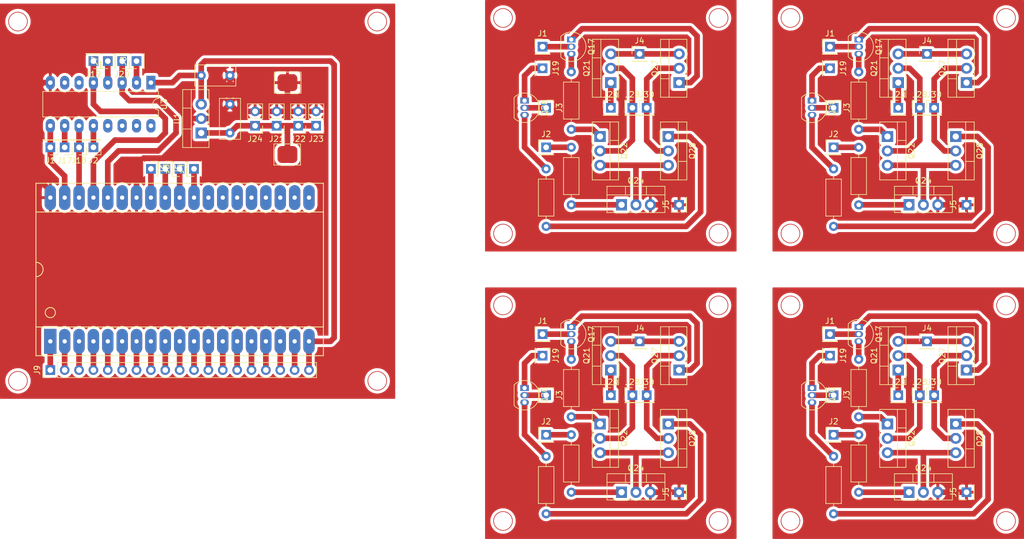
<source format=kicad_pcb>
(kicad_pcb (version 20171130) (host pcbnew "(5.1.0)-1")
  (layers (0 F.Cu signal) (31 B.Cu signal) (34 B.Paste user) (35 F.Paste user) (36 B.SilkS user) (37 F.SilkS user) (38 B.Mask user) (39 F.Mask user) (44 Edge.Cuts user))
  (net 0 "")
  (net 1 GND)
  (net 2 VCC)
  (net 3 "Net-(J1-Pad1)")
  (net 4 "Net-(J2-Pad1)")
  (net 5 "Net-(J3-Pad1)")
  (net 6 "Net-(J4-Pad1)")
  (net 7 "Net-(J5-Pad1)")
  (net 8 "Net-(J6-Pad1)")
  (net 9 "Net-(J7-Pad1)")
  (net 10 "Net-(J8-Pad1)")
  (net 11 "Net-(J17-Pad1)")
  (net 12 "Net-(J18-Pad1)")
  (net 13 "Net-(J19-Pad1)")
  (net 14 "Net-(J20-Pad1)")
  (net 15 "Net-(U2-Pad33)")
  (net 16 "Net-(U2-Pad27)")
  (net 17 "Net-(U2-Pad26)")
  (net 18 "Net-(U2-Pad25)")
  (net 19 "Net-(U2-Pad24)")
  (net 20 "Net-(U2-Pad23)")
  (net 21 "Net-(U2-Pad22)")
  (net 22 "Net-(U2-Pad21)")
  (net 23 "Net-(U2-Pad20)")
  (net 24 /19)
  (net 25 /18)
  (net 26 /17)
  (net 27 /16)
  (net 28 /15)
  (net 29 /14)
  (net 30 /13)
  (net 31 /12)
  (net 32 /11)
  (net 33 /10)
  (net 34 /9)
  (net 35 /7)
  (net 36 /6)
  (net 37 /5)
  (net 38 /4)
  (net 39 /3)
  (net 40 /2)
  (net 41 /1)
  (net 42 /8)
  (module Package_TO_SOT_THT:TO-220-3_Vertical (layer F.Cu) (at 184.15 109.22 90)
    (fp_text reference Q21 (at 2.54 -4.27 90) (layer F.SilkS))
    (fp_text value TIP127)
    (pad 1 thru_hole rect (at 0 0 90) (size 1.905 2) (drill 1.1) (layers *.Cu *.Mask))
    (pad 2 thru_hole oval (at 2.54 0 90) (size 1.905 2) (drill 1.1) (layers *.Cu *.Mask))
    (pad 3 thru_hole oval (at 5.08 0 90) (size 1.905 2) (drill 1.1) (layers *.Cu *.Mask))
  )
  (module Package_TO_SOT_THT:TO-220-3_Vertical (layer F.Cu) (at 196.215 109.22 90)
    (fp_text reference Q27 (at 2.54 -4.27 90) (layer F.SilkS))
    (fp_text value TIP127)
    (pad 1 thru_hole rect (at 0 0 90) (size 1.905 2) (drill 1.1) (layers *.Cu *.Mask))
    (pad 2 thru_hole oval (at 2.54 0 90) (size 1.905 2) (drill 1.1) (layers *.Cu *.Mask))
    (pad 3 thru_hole oval (at 5.08 0 90) (size 1.905 2) (drill 1.1) (layers *.Cu *.Mask))
  )
  (module Package_TO_SOT_THT:TO-92_Inline (layer F.Cu) (at 177.165 101.6 270)
    (fp_text reference Q17 (at 1.27 -3.56 270) (layer F.SilkS))
    (fp_text value BC547)
    (pad 2 thru_hole oval (at 1.27 0 270) (size 1.05 1.5) (drill 0.75) (layers *.Cu *.Mask))
    (pad 3 thru_hole oval (at 2.54 0 270) (size 1.05 1.5) (drill 0.75) (layers *.Cu *.Mask))
    (pad 1 thru_hole rect (at 0 0 270) (size 1.05 1.5) (drill 0.75) (layers *.Cu *.Mask))
  )
  (module Package_TO_SOT_THT:TO-92_Inline (layer F.Cu) (at 168.91 112.395 270)
    (fp_text reference Q20 (at 1.27 -3.56 270) (layer F.SilkS))
    (fp_text value BC547)
    (pad 2 thru_hole oval (at 1.27 0 270) (size 1.05 1.5) (drill 0.75) (layers *.Cu *.Mask))
    (pad 3 thru_hole oval (at 2.54 0 270) (size 1.05 1.5) (drill 0.75) (layers *.Cu *.Mask))
    (pad 1 thru_hole rect (at 0 0 270) (size 1.05 1.5) (drill 0.75) (layers *.Cu *.Mask))
  )
  (module Package_TO_SOT_THT:TO-220-3_Vertical (layer F.Cu) (at 182.245 118.745 270)
    (fp_text reference Q22 (at 2.54 -4.27 270) (layer F.SilkS))
    (fp_text value TIP120)
    (pad 1 thru_hole rect (at 0 0 270) (size 1.905 2) (drill 1.1) (layers *.Cu *.Mask))
    (pad 2 thru_hole oval (at 2.54 0 270) (size 1.905 2) (drill 1.1) (layers *.Cu *.Mask))
    (pad 3 thru_hole oval (at 5.08 0 270) (size 1.905 2) (drill 1.1) (layers *.Cu *.Mask))
  )
  (module Package_TO_SOT_THT:TO-220-3_Vertical (layer F.Cu) (at 186.055 130.81)
    (fp_text reference Q24 (at 2.54 -4.27) (layer F.SilkS))
    (fp_text value TIP120)
    (pad 1 thru_hole rect (at 0 0) (size 1.905 2) (drill 1.1) (layers *.Cu *.Mask))
    (pad 2 thru_hole oval (at 2.54 0) (size 1.905 2) (drill 1.1) (layers *.Cu *.Mask))
    (pad 3 thru_hole oval (at 5.08 0) (size 1.905 2) (drill 1.1) (layers *.Cu *.Mask))
  )
  (module "footprints otg:R_vandret" (layer F.Cu) (at 177.165 107.315 270)
    (fp_text reference R8 hide)
    (fp_text value R)
    (pad 1 thru_hole circle (at 0 0 270) (size 1.6 1.6) (drill 0.8) (layers *.Cu *.Mask))
    (pad 2 thru_hole oval (at 10.16 0 270) (size 1.6 1.6) (drill 0.8) (layers *.Cu *.Mask))
  )
  (module "footprints otg:R_vandret" (layer F.Cu) (at 177.165 120.65 270)
    (fp_text reference R12 hide)
    (fp_text value R)
    (pad 1 thru_hole circle (at 0 0 270) (size 1.6 1.6) (drill 0.8) (layers *.Cu *.Mask))
    (pad 2 thru_hole oval (at 10.16 0 270) (size 1.6 1.6) (drill 0.8) (layers *.Cu *.Mask))
  )
  (module Connector_PinHeader_2.54mm:PinHeader_1x01_P2.54mm_Vertical (layer F.Cu) (at 189.23 104.14)
    (fp_text reference J4 (at 0 -2.33) (layer F.SilkS))
    (fp_text value Conn_01x01_Male)
    (pad 1 thru_hole rect (at 0 0) (size 1.7 1.7) (drill 1) (layers *.Cu *.Mask))
  )
  (module Connector_PinHeader_2.54mm:PinHeader_1x01_P2.54mm_Vertical (layer F.Cu) (at 172.72 120.65)
    (fp_text reference J2 (at 0 -2.33) (layer F.SilkS))
    (fp_text value Conn_01x01_Male)
    (pad 1 thru_hole rect (at 0 0) (size 1.7 1.7) (drill 1) (layers *.Cu *.Mask))
  )
  (module Connector_PinHeader_2.54mm:PinHeader_1x01_P2.54mm_Vertical (layer F.Cu) (at 196.215 130.81 90)
    (fp_text reference J5 (at 0 -2.33 90) (layer F.SilkS))
    (fp_text value Conn_01x01_Male)
    (pad 1 thru_hole rect (at 0 0 90) (size 1.7 1.7) (drill 1) (layers *.Cu *.Mask))
  )
  (module Connector_PinHeader_2.54mm:PinHeader_1x01_P2.54mm_Vertical (layer F.Cu) (at 184.15 113.665)
    (fp_text reference J20 (at 0 -2.33) (layer F.SilkS))
    (fp_text value Conn_01x01_Male)
    (pad 1 thru_hole rect (at 0 0) (size 1.7 1.7) (drill 1) (layers *.Cu *.Mask))
  )
  (module Connector_PinHeader_2.54mm:PinHeader_1x01_P2.54mm_Vertical (layer F.Cu) (at 172.085 106.68 270)
    (fp_text reference J19 (at 0 -2.33 270) (layer F.SilkS))
    (fp_text value Conn_01x01_Male)
    (pad 1 thru_hole rect (at 0 0 270) (size 1.7 1.7) (drill 1) (layers *.Cu *.Mask))
  )
  (module Connector_PinHeader_2.54mm:PinHeader_1x01_P2.54mm_Vertical (layer F.Cu) (at 187.96 113.665)
    (fp_text reference J28 (at 0 -2.33) (layer F.SilkS))
    (fp_text value Conn_01x01_Male)
    (pad 1 thru_hole rect (at 0 0) (size 1.7 1.7) (drill 1) (layers *.Cu *.Mask))
  )
  (module Connector_PinHeader_2.54mm:PinHeader_1x01_P2.54mm_Vertical (layer F.Cu) (at 190.5 113.665)
    (fp_text reference J30 (at 0 -2.33) (layer F.SilkS))
    (fp_text value Conn_01x01_Male)
    (pad 1 thru_hole rect (at 0 0) (size 1.7 1.7) (drill 1) (layers *.Cu *.Mask))
  )
  (module "footprints otg:R_vandret" (layer F.Cu) (at 172.72 124.46 270)
    (fp_text reference R11 hide)
    (fp_text value R)
    (pad 1 thru_hole circle (at 0 0 270) (size 1.6 1.6) (drill 0.8) (layers *.Cu *.Mask))
    (pad 2 thru_hole oval (at 10.16 0 270) (size 1.6 1.6) (drill 0.8) (layers *.Cu *.Mask))
  )
  (module Connector_PinHeader_2.54mm:PinHeader_1x01_P2.54mm_Vertical (layer F.Cu) (at 172.085 102.87)
    (fp_text reference J1 (at 0 -2.33) (layer F.SilkS))
    (fp_text value Conn_01x01_Male)
    (pad 1 thru_hole rect (at 0 0) (size 1.7 1.7) (drill 1) (layers *.Cu *.Mask))
  )
  (module Connector_PinHeader_2.54mm:PinHeader_1x01_P2.54mm_Vertical (layer F.Cu) (at 172.72 113.665 270)
    (fp_text reference J3 (at 0 -2.33 270) (layer F.SilkS))
    (fp_text value Conn_01x01_Male)
    (pad 1 thru_hole rect (at 0 0 270) (size 1.7 1.7) (drill 1) (layers *.Cu *.Mask))
  )
  (module Package_TO_SOT_THT:TO-220-3_Vertical (layer F.Cu) (at 194.31 118.745 270)
    (fp_text reference Q28 (at 2.54 -4.27 270) (layer F.SilkS))
    (fp_text value TIP120)
    (pad 1 thru_hole rect (at 0 0 270) (size 1.905 2) (drill 1.1) (layers *.Cu *.Mask))
    (pad 2 thru_hole oval (at 2.54 0 270) (size 1.905 2) (drill 1.1) (layers *.Cu *.Mask))
    (pad 3 thru_hole oval (at 5.08 0 270) (size 1.905 2) (drill 1.1) (layers *.Cu *.Mask))
  )
  (module Package_TO_SOT_THT:TO-220-3_Vertical (layer F.Cu) (at 184.15 58.42 90)
    (fp_text reference Q21 (at 2.54 -4.27 90) (layer F.SilkS))
    (fp_text value TIP127)
    (pad 1 thru_hole rect (at 0 0 90) (size 1.905 2) (drill 1.1) (layers *.Cu *.Mask))
    (pad 2 thru_hole oval (at 2.54 0 90) (size 1.905 2) (drill 1.1) (layers *.Cu *.Mask))
    (pad 3 thru_hole oval (at 5.08 0 90) (size 1.905 2) (drill 1.1) (layers *.Cu *.Mask))
  )
  (module Package_TO_SOT_THT:TO-220-3_Vertical (layer F.Cu) (at 196.215 58.42 90)
    (fp_text reference Q27 (at 2.54 -4.27 90) (layer F.SilkS))
    (fp_text value TIP127)
    (pad 1 thru_hole rect (at 0 0 90) (size 1.905 2) (drill 1.1) (layers *.Cu *.Mask))
    (pad 2 thru_hole oval (at 2.54 0 90) (size 1.905 2) (drill 1.1) (layers *.Cu *.Mask))
    (pad 3 thru_hole oval (at 5.08 0 90) (size 1.905 2) (drill 1.1) (layers *.Cu *.Mask))
  )
  (module Package_TO_SOT_THT:TO-92_Inline (layer F.Cu) (at 177.165 50.8 270)
    (fp_text reference Q17 (at 1.27 -3.56 270) (layer F.SilkS))
    (fp_text value BC547)
    (pad 2 thru_hole oval (at 1.27 0 270) (size 1.05 1.5) (drill 0.75) (layers *.Cu *.Mask))
    (pad 3 thru_hole oval (at 2.54 0 270) (size 1.05 1.5) (drill 0.75) (layers *.Cu *.Mask))
    (pad 1 thru_hole rect (at 0 0 270) (size 1.05 1.5) (drill 0.75) (layers *.Cu *.Mask))
  )
  (module Package_TO_SOT_THT:TO-92_Inline (layer F.Cu) (at 168.91 61.595 270)
    (fp_text reference Q20 (at 1.27 -3.56 270) (layer F.SilkS))
    (fp_text value BC547)
    (pad 2 thru_hole oval (at 1.27 0 270) (size 1.05 1.5) (drill 0.75) (layers *.Cu *.Mask))
    (pad 3 thru_hole oval (at 2.54 0 270) (size 1.05 1.5) (drill 0.75) (layers *.Cu *.Mask))
    (pad 1 thru_hole rect (at 0 0 270) (size 1.05 1.5) (drill 0.75) (layers *.Cu *.Mask))
  )
  (module Package_TO_SOT_THT:TO-220-3_Vertical (layer F.Cu) (at 182.245 67.945 270)
    (fp_text reference Q22 (at 2.54 -4.27 270) (layer F.SilkS))
    (fp_text value TIP120)
    (pad 1 thru_hole rect (at 0 0 270) (size 1.905 2) (drill 1.1) (layers *.Cu *.Mask))
    (pad 2 thru_hole oval (at 2.54 0 270) (size 1.905 2) (drill 1.1) (layers *.Cu *.Mask))
    (pad 3 thru_hole oval (at 5.08 0 270) (size 1.905 2) (drill 1.1) (layers *.Cu *.Mask))
  )
  (module Package_TO_SOT_THT:TO-220-3_Vertical (layer F.Cu) (at 186.055 80.01)
    (fp_text reference Q24 (at 2.54 -4.27) (layer F.SilkS))
    (fp_text value TIP120)
    (pad 1 thru_hole rect (at 0 0) (size 1.905 2) (drill 1.1) (layers *.Cu *.Mask))
    (pad 2 thru_hole oval (at 2.54 0) (size 1.905 2) (drill 1.1) (layers *.Cu *.Mask))
    (pad 3 thru_hole oval (at 5.08 0) (size 1.905 2) (drill 1.1) (layers *.Cu *.Mask))
  )
  (module "footprints otg:R_vandret" (layer F.Cu) (at 177.165 56.515 270)
    (fp_text reference R8 hide)
    (fp_text value R)
    (pad 1 thru_hole circle (at 0 0 270) (size 1.6 1.6) (drill 0.8) (layers *.Cu *.Mask))
    (pad 2 thru_hole oval (at 10.16 0 270) (size 1.6 1.6) (drill 0.8) (layers *.Cu *.Mask))
  )
  (module "footprints otg:R_vandret" (layer F.Cu) (at 177.165 69.85 270)
    (fp_text reference R12 hide)
    (fp_text value R)
    (pad 1 thru_hole circle (at 0 0 270) (size 1.6 1.6) (drill 0.8) (layers *.Cu *.Mask))
    (pad 2 thru_hole oval (at 10.16 0 270) (size 1.6 1.6) (drill 0.8) (layers *.Cu *.Mask))
  )
  (module Connector_PinHeader_2.54mm:PinHeader_1x01_P2.54mm_Vertical (layer F.Cu) (at 189.23 53.34)
    (fp_text reference J4 (at 0 -2.33) (layer F.SilkS))
    (fp_text value Conn_01x01_Male)
    (pad 1 thru_hole rect (at 0 0) (size 1.7 1.7) (drill 1) (layers *.Cu *.Mask))
  )
  (module Connector_PinHeader_2.54mm:PinHeader_1x01_P2.54mm_Vertical (layer F.Cu) (at 172.72 69.85)
    (fp_text reference J2 (at 0 -2.33) (layer F.SilkS))
    (fp_text value Conn_01x01_Male)
    (pad 1 thru_hole rect (at 0 0) (size 1.7 1.7) (drill 1) (layers *.Cu *.Mask))
  )
  (module Connector_PinHeader_2.54mm:PinHeader_1x01_P2.54mm_Vertical (layer F.Cu) (at 196.215 80.01 90)
    (fp_text reference J5 (at 0 -2.33 90) (layer F.SilkS))
    (fp_text value Conn_01x01_Male)
    (pad 1 thru_hole rect (at 0 0 90) (size 1.7 1.7) (drill 1) (layers *.Cu *.Mask))
  )
  (module Connector_PinHeader_2.54mm:PinHeader_1x01_P2.54mm_Vertical (layer F.Cu) (at 184.15 62.865)
    (fp_text reference J20 (at 0 -2.33) (layer F.SilkS))
    (fp_text value Conn_01x01_Male)
    (pad 1 thru_hole rect (at 0 0) (size 1.7 1.7) (drill 1) (layers *.Cu *.Mask))
  )
  (module Connector_PinHeader_2.54mm:PinHeader_1x01_P2.54mm_Vertical (layer F.Cu) (at 172.085 55.88 270)
    (fp_text reference J19 (at 0 -2.33 270) (layer F.SilkS))
    (fp_text value Conn_01x01_Male)
    (pad 1 thru_hole rect (at 0 0 270) (size 1.7 1.7) (drill 1) (layers *.Cu *.Mask))
  )
  (module Connector_PinHeader_2.54mm:PinHeader_1x01_P2.54mm_Vertical (layer F.Cu) (at 187.96 62.865)
    (fp_text reference J28 (at 0 -2.33) (layer F.SilkS))
    (fp_text value Conn_01x01_Male)
    (pad 1 thru_hole rect (at 0 0) (size 1.7 1.7) (drill 1) (layers *.Cu *.Mask))
  )
  (module Connector_PinHeader_2.54mm:PinHeader_1x01_P2.54mm_Vertical (layer F.Cu) (at 190.5 62.865)
    (fp_text reference J30 (at 0 -2.33) (layer F.SilkS))
    (fp_text value Conn_01x01_Male)
    (pad 1 thru_hole rect (at 0 0) (size 1.7 1.7) (drill 1) (layers *.Cu *.Mask))
  )
  (module "footprints otg:R_vandret" (layer F.Cu) (at 172.72 73.66 270)
    (fp_text reference R11 hide)
    (fp_text value R)
    (pad 1 thru_hole circle (at 0 0 270) (size 1.6 1.6) (drill 0.8) (layers *.Cu *.Mask))
    (pad 2 thru_hole oval (at 10.16 0 270) (size 1.6 1.6) (drill 0.8) (layers *.Cu *.Mask))
  )
  (module Connector_PinHeader_2.54mm:PinHeader_1x01_P2.54mm_Vertical (layer F.Cu) (at 172.085 52.07)
    (fp_text reference J1 (at 0 -2.33) (layer F.SilkS))
    (fp_text value Conn_01x01_Male)
    (pad 1 thru_hole rect (at 0 0) (size 1.7 1.7) (drill 1) (layers *.Cu *.Mask))
  )
  (module Connector_PinHeader_2.54mm:PinHeader_1x01_P2.54mm_Vertical (layer F.Cu) (at 172.72 62.865 270)
    (fp_text reference J3 (at 0 -2.33 270) (layer F.SilkS))
    (fp_text value Conn_01x01_Male)
    (pad 1 thru_hole rect (at 0 0 270) (size 1.7 1.7) (drill 1) (layers *.Cu *.Mask))
  )
  (module Package_TO_SOT_THT:TO-220-3_Vertical (layer F.Cu) (at 194.31 67.945 270)
    (fp_text reference Q28 (at 2.54 -4.27 270) (layer F.SilkS))
    (fp_text value TIP120)
    (pad 1 thru_hole rect (at 0 0 270) (size 1.905 2) (drill 1.1) (layers *.Cu *.Mask))
    (pad 2 thru_hole oval (at 2.54 0 270) (size 1.905 2) (drill 1.1) (layers *.Cu *.Mask))
    (pad 3 thru_hole oval (at 5.08 0 270) (size 1.905 2) (drill 1.1) (layers *.Cu *.Mask))
  )
  (module Package_TO_SOT_THT:TO-220-3_Vertical (layer F.Cu) (at 133.35 109.22 90)
    (fp_text reference Q21 (at 2.54 -4.27 90) (layer F.SilkS))
    (fp_text value TIP127)
    (pad 1 thru_hole rect (at 0 0 90) (size 1.905 2) (drill 1.1) (layers *.Cu *.Mask))
    (pad 2 thru_hole oval (at 2.54 0 90) (size 1.905 2) (drill 1.1) (layers *.Cu *.Mask))
    (pad 3 thru_hole oval (at 5.08 0 90) (size 1.905 2) (drill 1.1) (layers *.Cu *.Mask))
  )
  (module Package_TO_SOT_THT:TO-220-3_Vertical (layer F.Cu) (at 145.415 109.22 90)
    (fp_text reference Q27 (at 2.54 -4.27 90) (layer F.SilkS))
    (fp_text value TIP127)
    (pad 1 thru_hole rect (at 0 0 90) (size 1.905 2) (drill 1.1) (layers *.Cu *.Mask))
    (pad 2 thru_hole oval (at 2.54 0 90) (size 1.905 2) (drill 1.1) (layers *.Cu *.Mask))
    (pad 3 thru_hole oval (at 5.08 0 90) (size 1.905 2) (drill 1.1) (layers *.Cu *.Mask))
  )
  (module Package_TO_SOT_THT:TO-92_Inline (layer F.Cu) (at 126.365 101.6 270)
    (fp_text reference Q17 (at 1.27 -3.56 270) (layer F.SilkS))
    (fp_text value BC547)
    (pad 2 thru_hole oval (at 1.27 0 270) (size 1.05 1.5) (drill 0.75) (layers *.Cu *.Mask))
    (pad 3 thru_hole oval (at 2.54 0 270) (size 1.05 1.5) (drill 0.75) (layers *.Cu *.Mask))
    (pad 1 thru_hole rect (at 0 0 270) (size 1.05 1.5) (drill 0.75) (layers *.Cu *.Mask))
  )
  (module Package_TO_SOT_THT:TO-92_Inline (layer F.Cu) (at 118.11 112.395 270)
    (fp_text reference Q20 (at 1.27 -3.56 270) (layer F.SilkS))
    (fp_text value BC547)
    (pad 2 thru_hole oval (at 1.27 0 270) (size 1.05 1.5) (drill 0.75) (layers *.Cu *.Mask))
    (pad 3 thru_hole oval (at 2.54 0 270) (size 1.05 1.5) (drill 0.75) (layers *.Cu *.Mask))
    (pad 1 thru_hole rect (at 0 0 270) (size 1.05 1.5) (drill 0.75) (layers *.Cu *.Mask))
  )
  (module Package_TO_SOT_THT:TO-220-3_Vertical (layer F.Cu) (at 131.445 118.745 270)
    (fp_text reference Q22 (at 2.54 -4.27 270) (layer F.SilkS))
    (fp_text value TIP120)
    (pad 1 thru_hole rect (at 0 0 270) (size 1.905 2) (drill 1.1) (layers *.Cu *.Mask))
    (pad 2 thru_hole oval (at 2.54 0 270) (size 1.905 2) (drill 1.1) (layers *.Cu *.Mask))
    (pad 3 thru_hole oval (at 5.08 0 270) (size 1.905 2) (drill 1.1) (layers *.Cu *.Mask))
  )
  (module Package_TO_SOT_THT:TO-220-3_Vertical (layer F.Cu) (at 135.255 130.81)
    (fp_text reference Q24 (at 2.54 -4.27) (layer F.SilkS))
    (fp_text value TIP120)
    (pad 1 thru_hole rect (at 0 0) (size 1.905 2) (drill 1.1) (layers *.Cu *.Mask))
    (pad 2 thru_hole oval (at 2.54 0) (size 1.905 2) (drill 1.1) (layers *.Cu *.Mask))
    (pad 3 thru_hole oval (at 5.08 0) (size 1.905 2) (drill 1.1) (layers *.Cu *.Mask))
  )
  (module "footprints otg:R_vandret" (layer F.Cu) (at 126.365 107.315 270)
    (fp_text reference R8 hide)
    (fp_text value R)
    (pad 1 thru_hole circle (at 0 0 270) (size 1.6 1.6) (drill 0.8) (layers *.Cu *.Mask))
    (pad 2 thru_hole oval (at 10.16 0 270) (size 1.6 1.6) (drill 0.8) (layers *.Cu *.Mask))
  )
  (module "footprints otg:R_vandret" (layer F.Cu) (at 126.365 120.65 270)
    (fp_text reference R12 hide)
    (fp_text value R)
    (pad 1 thru_hole circle (at 0 0 270) (size 1.6 1.6) (drill 0.8) (layers *.Cu *.Mask))
    (pad 2 thru_hole oval (at 10.16 0 270) (size 1.6 1.6) (drill 0.8) (layers *.Cu *.Mask))
  )
  (module Connector_PinHeader_2.54mm:PinHeader_1x01_P2.54mm_Vertical (layer F.Cu) (at 138.43 104.14)
    (fp_text reference J4 (at 0 -2.33) (layer F.SilkS))
    (fp_text value Conn_01x01_Male)
    (pad 1 thru_hole rect (at 0 0) (size 1.7 1.7) (drill 1) (layers *.Cu *.Mask))
  )
  (module Connector_PinHeader_2.54mm:PinHeader_1x01_P2.54mm_Vertical (layer F.Cu) (at 121.92 120.65)
    (fp_text reference J2 (at 0 -2.33) (layer F.SilkS))
    (fp_text value Conn_01x01_Male)
    (pad 1 thru_hole rect (at 0 0) (size 1.7 1.7) (drill 1) (layers *.Cu *.Mask))
  )
  (module Connector_PinHeader_2.54mm:PinHeader_1x01_P2.54mm_Vertical (layer F.Cu) (at 145.415 130.81 90)
    (fp_text reference J5 (at 0 -2.33 90) (layer F.SilkS))
    (fp_text value Conn_01x01_Male)
    (pad 1 thru_hole rect (at 0 0 90) (size 1.7 1.7) (drill 1) (layers *.Cu *.Mask))
  )
  (module Connector_PinHeader_2.54mm:PinHeader_1x01_P2.54mm_Vertical (layer F.Cu) (at 133.35 113.665)
    (fp_text reference J20 (at 0 -2.33) (layer F.SilkS))
    (fp_text value Conn_01x01_Male)
    (pad 1 thru_hole rect (at 0 0) (size 1.7 1.7) (drill 1) (layers *.Cu *.Mask))
  )
  (module Connector_PinHeader_2.54mm:PinHeader_1x01_P2.54mm_Vertical (layer F.Cu) (at 121.285 106.68 270)
    (fp_text reference J19 (at 0 -2.33 270) (layer F.SilkS))
    (fp_text value Conn_01x01_Male)
    (pad 1 thru_hole rect (at 0 0 270) (size 1.7 1.7) (drill 1) (layers *.Cu *.Mask))
  )
  (module Connector_PinHeader_2.54mm:PinHeader_1x01_P2.54mm_Vertical (layer F.Cu) (at 137.16 113.665)
    (fp_text reference J28 (at 0 -2.33) (layer F.SilkS))
    (fp_text value Conn_01x01_Male)
    (pad 1 thru_hole rect (at 0 0) (size 1.7 1.7) (drill 1) (layers *.Cu *.Mask))
  )
  (module Connector_PinHeader_2.54mm:PinHeader_1x01_P2.54mm_Vertical (layer F.Cu) (at 139.7 113.665)
    (fp_text reference J30 (at 0 -2.33) (layer F.SilkS))
    (fp_text value Conn_01x01_Male)
    (pad 1 thru_hole rect (at 0 0) (size 1.7 1.7) (drill 1) (layers *.Cu *.Mask))
  )
  (module "footprints otg:R_vandret" (layer F.Cu) (at 121.92 124.46 270)
    (fp_text reference R11 hide)
    (fp_text value R)
    (pad 1 thru_hole circle (at 0 0 270) (size 1.6 1.6) (drill 0.8) (layers *.Cu *.Mask))
    (pad 2 thru_hole oval (at 10.16 0 270) (size 1.6 1.6) (drill 0.8) (layers *.Cu *.Mask))
  )
  (module Connector_PinHeader_2.54mm:PinHeader_1x01_P2.54mm_Vertical (layer F.Cu) (at 121.285 102.87)
    (fp_text reference J1 (at 0 -2.33) (layer F.SilkS))
    (fp_text value Conn_01x01_Male)
    (pad 1 thru_hole rect (at 0 0) (size 1.7 1.7) (drill 1) (layers *.Cu *.Mask))
  )
  (module Connector_PinHeader_2.54mm:PinHeader_1x01_P2.54mm_Vertical (layer F.Cu) (at 121.92 113.665 270)
    (fp_text reference J3 (at 0 -2.33 270) (layer F.SilkS))
    (fp_text value Conn_01x01_Male)
    (pad 1 thru_hole rect (at 0 0 270) (size 1.7 1.7) (drill 1) (layers *.Cu *.Mask))
  )
  (module Package_TO_SOT_THT:TO-220-3_Vertical (layer F.Cu) (at 143.51 118.745 270)
    (fp_text reference Q28 (at 2.54 -4.27 270) (layer F.SilkS))
    (fp_text value TIP120)
    (pad 1 thru_hole rect (at 0 0 270) (size 1.905 2) (drill 1.1) (layers *.Cu *.Mask))
    (pad 2 thru_hole oval (at 2.54 0 270) (size 1.905 2) (drill 1.1) (layers *.Cu *.Mask))
    (pad 3 thru_hole oval (at 5.08 0 270) (size 1.905 2) (drill 1.1) (layers *.Cu *.Mask))
  )
  (module Package_TO_SOT_THT:TO-220-3_Vertical (layer F.Cu) (at 133.35 58.42 90)
    (fp_text reference Q21 (at 2.54 -4.27 90) (layer F.SilkS))
    (fp_text value TIP127)
    (pad 1 thru_hole rect (at 0 0 90) (size 1.905 2) (drill 1.1) (layers *.Cu *.Mask))
    (pad 2 thru_hole oval (at 2.54 0 90) (size 1.905 2) (drill 1.1) (layers *.Cu *.Mask))
    (pad 3 thru_hole oval (at 5.08 0 90) (size 1.905 2) (drill 1.1) (layers *.Cu *.Mask))
  )
  (module Package_TO_SOT_THT:TO-220-3_Vertical (layer F.Cu) (at 145.415 58.42 90)
    (fp_text reference Q27 (at 2.54 -4.27 90) (layer F.SilkS))
    (fp_text value TIP127)
    (pad 1 thru_hole rect (at 0 0 90) (size 1.905 2) (drill 1.1) (layers *.Cu *.Mask))
    (pad 2 thru_hole oval (at 2.54 0 90) (size 1.905 2) (drill 1.1) (layers *.Cu *.Mask))
    (pad 3 thru_hole oval (at 5.08 0 90) (size 1.905 2) (drill 1.1) (layers *.Cu *.Mask))
  )
  (module Package_TO_SOT_THT:TO-92_Inline (layer F.Cu) (at 126.365 50.8 270)
    (fp_text reference Q17 (at 1.27 -3.56 270) (layer F.SilkS))
    (fp_text value BC547)
    (pad 2 thru_hole oval (at 1.27 0 270) (size 1.05 1.5) (drill 0.75) (layers *.Cu *.Mask))
    (pad 3 thru_hole oval (at 2.54 0 270) (size 1.05 1.5) (drill 0.75) (layers *.Cu *.Mask))
    (pad 1 thru_hole rect (at 0 0 270) (size 1.05 1.5) (drill 0.75) (layers *.Cu *.Mask))
  )
  (module Package_TO_SOT_THT:TO-92_Inline (layer F.Cu) (at 118.11 61.595 270)
    (fp_text reference Q20 (at 1.27 -3.56 270) (layer F.SilkS))
    (fp_text value BC547)
    (pad 2 thru_hole oval (at 1.27 0 270) (size 1.05 1.5) (drill 0.75) (layers *.Cu *.Mask))
    (pad 3 thru_hole oval (at 2.54 0 270) (size 1.05 1.5) (drill 0.75) (layers *.Cu *.Mask))
    (pad 1 thru_hole rect (at 0 0 270) (size 1.05 1.5) (drill 0.75) (layers *.Cu *.Mask))
  )
  (module Package_TO_SOT_THT:TO-220-3_Vertical (layer F.Cu) (at 131.445 67.945 270)
    (fp_text reference Q22 (at 2.54 -4.27 270) (layer F.SilkS))
    (fp_text value TIP120)
    (pad 1 thru_hole rect (at 0 0 270) (size 1.905 2) (drill 1.1) (layers *.Cu *.Mask))
    (pad 2 thru_hole oval (at 2.54 0 270) (size 1.905 2) (drill 1.1) (layers *.Cu *.Mask))
    (pad 3 thru_hole oval (at 5.08 0 270) (size 1.905 2) (drill 1.1) (layers *.Cu *.Mask))
  )
  (module Package_TO_SOT_THT:TO-220-3_Vertical (layer F.Cu) (at 135.255 80.01)
    (fp_text reference Q24 (at 2.54 -4.27) (layer F.SilkS))
    (fp_text value TIP120)
    (pad 1 thru_hole rect (at 0 0) (size 1.905 2) (drill 1.1) (layers *.Cu *.Mask))
    (pad 2 thru_hole oval (at 2.54 0) (size 1.905 2) (drill 1.1) (layers *.Cu *.Mask))
    (pad 3 thru_hole oval (at 5.08 0) (size 1.905 2) (drill 1.1) (layers *.Cu *.Mask))
  )
  (module "footprints otg:R_vandret" (layer F.Cu) (at 126.365 56.515 270)
    (fp_text reference R8 hide)
    (fp_text value R)
    (pad 1 thru_hole circle (at 0 0 270) (size 1.6 1.6) (drill 0.8) (layers *.Cu *.Mask))
    (pad 2 thru_hole oval (at 10.16 0 270) (size 1.6 1.6) (drill 0.8) (layers *.Cu *.Mask))
  )
  (module "footprints otg:R_vandret" (layer F.Cu) (at 126.365 69.85 270)
    (fp_text reference R12 hide)
    (fp_text value R)
    (pad 1 thru_hole circle (at 0 0 270) (size 1.6 1.6) (drill 0.8) (layers *.Cu *.Mask))
    (pad 2 thru_hole oval (at 10.16 0 270) (size 1.6 1.6) (drill 0.8) (layers *.Cu *.Mask))
  )
  (module Connector_PinHeader_2.54mm:PinHeader_1x01_P2.54mm_Vertical (layer F.Cu) (at 138.43 53.34)
    (fp_text reference J4 (at 0 -2.33) (layer F.SilkS))
    (fp_text value Conn_01x01_Male)
    (pad 1 thru_hole rect (at 0 0) (size 1.7 1.7) (drill 1) (layers *.Cu *.Mask))
  )
  (module Connector_PinHeader_2.54mm:PinHeader_1x01_P2.54mm_Vertical (layer F.Cu) (at 121.92 69.85)
    (fp_text reference J2 (at 0 -2.33) (layer F.SilkS))
    (fp_text value Conn_01x01_Male)
    (pad 1 thru_hole rect (at 0 0) (size 1.7 1.7) (drill 1) (layers *.Cu *.Mask))
  )
  (module Connector_PinHeader_2.54mm:PinHeader_1x01_P2.54mm_Vertical (layer F.Cu) (at 145.415 80.01 90)
    (fp_text reference J5 (at 0 -2.33 90) (layer F.SilkS))
    (fp_text value Conn_01x01_Male)
    (pad 1 thru_hole rect (at 0 0 90) (size 1.7 1.7) (drill 1) (layers *.Cu *.Mask))
  )
  (module Connector_PinHeader_2.54mm:PinHeader_1x01_P2.54mm_Vertical (layer F.Cu) (at 133.35 62.865)
    (fp_text reference J20 (at 0 -2.33) (layer F.SilkS))
    (fp_text value Conn_01x01_Male)
    (pad 1 thru_hole rect (at 0 0) (size 1.7 1.7) (drill 1) (layers *.Cu *.Mask))
  )
  (module Connector_PinHeader_2.54mm:PinHeader_1x01_P2.54mm_Vertical (layer F.Cu) (at 121.285 55.88 270)
    (fp_text reference J19 (at 0 -2.33 270) (layer F.SilkS))
    (fp_text value Conn_01x01_Male)
    (pad 1 thru_hole rect (at 0 0 270) (size 1.7 1.7) (drill 1) (layers *.Cu *.Mask))
  )
  (module Connector_PinHeader_2.54mm:PinHeader_1x01_P2.54mm_Vertical (layer F.Cu) (at 137.16 62.865)
    (fp_text reference J28 (at 0 -2.33) (layer F.SilkS))
    (fp_text value Conn_01x01_Male)
    (pad 1 thru_hole rect (at 0 0) (size 1.7 1.7) (drill 1) (layers *.Cu *.Mask))
  )
  (module Connector_PinHeader_2.54mm:PinHeader_1x01_P2.54mm_Vertical (layer F.Cu) (at 139.7 62.865)
    (fp_text reference J30 (at 0 -2.33) (layer F.SilkS))
    (fp_text value Conn_01x01_Male)
    (pad 1 thru_hole rect (at 0 0) (size 1.7 1.7) (drill 1) (layers *.Cu *.Mask))
  )
  (module "footprints otg:R_vandret" (layer F.Cu) (at 121.92 73.66 270)
    (fp_text reference R11 hide)
    (fp_text value R)
    (pad 1 thru_hole circle (at 0 0 270) (size 1.6 1.6) (drill 0.8) (layers *.Cu *.Mask))
    (pad 2 thru_hole oval (at 10.16 0 270) (size 1.6 1.6) (drill 0.8) (layers *.Cu *.Mask))
  )
  (module Connector_PinHeader_2.54mm:PinHeader_1x01_P2.54mm_Vertical (layer F.Cu) (at 121.285 52.07)
    (fp_text reference J1 (at 0 -2.33) (layer F.SilkS))
    (fp_text value Conn_01x01_Male)
    (pad 1 thru_hole rect (at 0 0) (size 1.7 1.7) (drill 1) (layers *.Cu *.Mask))
  )
  (module Connector_PinHeader_2.54mm:PinHeader_1x01_P2.54mm_Vertical (layer F.Cu) (at 121.92 62.865 270)
    (fp_text reference J3 (at 0 -2.33 270) (layer F.SilkS))
    (fp_text value Conn_01x01_Male)
    (pad 1 thru_hole rect (at 0 0 270) (size 1.7 1.7) (drill 1) (layers *.Cu *.Mask))
  )
  (module Package_TO_SOT_THT:TO-220-3_Vertical (layer F.Cu) (at 143.51 67.945 270)
    (fp_text reference Q28 (at 2.54 -4.27 270) (layer F.SilkS))
    (fp_text value TIP120)
    (pad 1 thru_hole rect (at 0 0 270) (size 1.905 2) (drill 1.1) (layers *.Cu *.Mask))
    (pad 2 thru_hole oval (at 2.54 0 270) (size 1.905 2) (drill 1.1) (layers *.Cu *.Mask))
    (pad 3 thru_hole oval (at 5.08 0 270) (size 1.905 2) (drill 1.1) (layers *.Cu *.Mask))
  )
  (module "Custom footprints:Power_wire_pad" (layer F.Cu) (at 76.2 71.12)
    (fp_text reference J34 hide)
    (fp_text value Conn_01x01)
    (pad 1 smd roundrect (at 0 0) (size 3.5 3) (layers F.Cu F.Paste F.Mask) (net 2 VCC))
  )
  (module Connector_PinHeader_2.54mm:PinHeader_1x02_P2.54mm_Vertical (layer F.Cu) (at 70.485 66.04 180)
    (fp_text reference J24 (at 0 -2.33 180) (layer F.SilkS))
    (fp_text value Conn_01x02)
    (pad 2 thru_hole oval (at 0 2.54 180) (size 1.7 1.7) (drill 1) (layers *.Cu *.Mask) (net 1 GND))
    (pad 1 thru_hole rect (at 0 0 180) (size 1.7 1.7) (drill 1) (layers *.Cu *.Mask) (net 2 VCC))
  )
  (module Connector_PinHeader_2.54mm:PinHeader_1x02_P2.54mm_Vertical (layer F.Cu) (at 81.28 66.04 180)
    (fp_text reference J23 (at 0 -2.33 180) (layer F.SilkS))
    (fp_text value Conn_01x02)
    (pad 2 thru_hole oval (at 0 2.54 180) (size 1.7 1.7) (drill 1) (layers *.Cu *.Mask) (net 1 GND))
    (pad 1 thru_hole rect (at 0 0 180) (size 1.7 1.7) (drill 1) (layers *.Cu *.Mask) (net 2 VCC))
  )
  (module Connector_PinHeader_2.54mm:PinHeader_1x02_P2.54mm_Vertical (layer F.Cu) (at 78.105 66.04 180)
    (fp_text reference J22 (at 0 -2.33 180) (layer F.SilkS))
    (fp_text value Conn_01x02)
    (pad 2 thru_hole oval (at 0 2.54 180) (size 1.7 1.7) (drill 1) (layers *.Cu *.Mask) (net 1 GND))
    (pad 1 thru_hole rect (at 0 0 180) (size 1.7 1.7) (drill 1) (layers *.Cu *.Mask) (net 2 VCC))
  )
  (module Connector_PinHeader_2.54mm:PinHeader_1x02_P2.54mm_Vertical (layer F.Cu) (at 74.295 66.04 180)
    (fp_text reference J21 (at 0 -2.33 180) (layer F.SilkS))
    (fp_text value Conn_01x02)
    (pad 2 thru_hole oval (at 0 2.54 180) (size 1.7 1.7) (drill 1) (layers *.Cu *.Mask) (net 1 GND))
    (pad 1 thru_hole rect (at 0 0 180) (size 1.7 1.7) (drill 1) (layers *.Cu *.Mask) (net 2 VCC))
  )
  (module Connector_PinHeader_2.54mm:PinHeader_1x01_P2.54mm_Vertical (layer F.Cu) (at 46.99 54.61 180)
    (fp_text reference J20 (at 0 -2.33 180) (layer F.SilkS))
    (fp_text value Conn_01x01)
    (pad 1 thru_hole rect (at 0 0 180) (size 1.7 1.7) (drill 1) (layers *.Cu *.Mask) (net 14 "Net-(J20-Pad1)"))
  )
  (module Connector_PinHeader_2.54mm:PinHeader_1x01_P2.54mm_Vertical (layer F.Cu) (at 41.91 54.61 180)
    (fp_text reference J19 (at 0 -2.33 180) (layer F.SilkS))
    (fp_text value Conn_01x01)
    (pad 1 thru_hole rect (at 0 0 180) (size 1.7 1.7) (drill 1) (layers *.Cu *.Mask) (net 13 "Net-(J19-Pad1)"))
  )
  (module Connector_PinHeader_2.54mm:PinHeader_1x01_P2.54mm_Vertical (layer F.Cu) (at 39.37 69.85 180)
    (fp_text reference J18 (at 0 -2.33 180) (layer F.SilkS))
    (fp_text value Conn_01x01)
    (pad 1 thru_hole rect (at 0 0 180) (size 1.7 1.7) (drill 1) (layers *.Cu *.Mask) (net 12 "Net-(J18-Pad1)"))
  )
  (module Connector_PinHeader_2.54mm:PinHeader_1x01_P2.54mm_Vertical (layer F.Cu) (at 36.83 69.85 180)
    (fp_text reference J17 (at 0 -2.33 180) (layer F.SilkS))
    (fp_text value Conn_01x01)
    (pad 1 thru_hole rect (at 0 0 180) (size 1.7 1.7) (drill 1) (layers *.Cu *.Mask) (net 11 "Net-(J17-Pad1)"))
  )
  (module Connector_PinHeader_2.54mm:PinHeader_1x19_P2.54mm_Vertical (layer F.Cu) (at 34.29 109.22 90)
    (fp_text reference J9 (at 0 -2.33 90) (layer F.SilkS))
    (fp_text value Conn_01x19)
    (pad 19 thru_hole oval (at 0 45.72 90) (size 1.7 1.7) (drill 1) (layers *.Cu *.Mask) (net 24 /19))
    (pad 18 thru_hole oval (at 0 43.18 90) (size 1.7 1.7) (drill 1) (layers *.Cu *.Mask) (net 25 /18))
    (pad 17 thru_hole oval (at 0 40.64 90) (size 1.7 1.7) (drill 1) (layers *.Cu *.Mask) (net 26 /17))
    (pad 16 thru_hole oval (at 0 38.1 90) (size 1.7 1.7) (drill 1) (layers *.Cu *.Mask) (net 27 /16))
    (pad 15 thru_hole oval (at 0 35.56 90) (size 1.7 1.7) (drill 1) (layers *.Cu *.Mask) (net 28 /15))
    (pad 14 thru_hole oval (at 0 33.02 90) (size 1.7 1.7) (drill 1) (layers *.Cu *.Mask) (net 29 /14))
    (pad 13 thru_hole oval (at 0 30.48 90) (size 1.7 1.7) (drill 1) (layers *.Cu *.Mask) (net 30 /13))
    (pad 12 thru_hole oval (at 0 27.94 90) (size 1.7 1.7) (drill 1) (layers *.Cu *.Mask) (net 31 /12))
    (pad 11 thru_hole oval (at 0 25.4 90) (size 1.7 1.7) (drill 1) (layers *.Cu *.Mask) (net 32 /11))
    (pad 10 thru_hole oval (at 0 22.86 90) (size 1.7 1.7) (drill 1) (layers *.Cu *.Mask) (net 33 /10))
    (pad 9 thru_hole oval (at 0 20.32 90) (size 1.7 1.7) (drill 1) (layers *.Cu *.Mask) (net 34 /9))
    (pad 8 thru_hole oval (at 0 17.78 90) (size 1.7 1.7) (drill 1) (layers *.Cu *.Mask) (net 42 /8))
    (pad 7 thru_hole oval (at 0 15.24 90) (size 1.7 1.7) (drill 1) (layers *.Cu *.Mask) (net 35 /7))
    (pad 6 thru_hole oval (at 0 12.7 90) (size 1.7 1.7) (drill 1) (layers *.Cu *.Mask) (net 36 /6))
    (pad 5 thru_hole oval (at 0 10.16 90) (size 1.7 1.7) (drill 1) (layers *.Cu *.Mask) (net 37 /5))
    (pad 4 thru_hole oval (at 0 7.62 90) (size 1.7 1.7) (drill 1) (layers *.Cu *.Mask) (net 38 /4))
    (pad 3 thru_hole oval (at 0 5.08 90) (size 1.7 1.7) (drill 1) (layers *.Cu *.Mask) (net 39 /3))
    (pad 2 thru_hole oval (at 0 2.54 90) (size 1.7 1.7) (drill 1) (layers *.Cu *.Mask) (net 40 /2))
    (pad 1 thru_hole rect (at 0 0 90) (size 1.7 1.7) (drill 1) (layers *.Cu *.Mask) (net 41 /1))
  )
  (module Connector_PinHeader_2.54mm:PinHeader_1x01_P2.54mm_Vertical (layer F.Cu) (at 49.53 54.61 90)
    (fp_text reference J8 (at 0 -2.33 90) (layer F.SilkS))
    (fp_text value Conn_01x01)
    (pad 1 thru_hole rect (at 0 0 90) (size 1.7 1.7) (drill 1) (layers *.Cu *.Mask) (net 10 "Net-(J8-Pad1)"))
  )
  (module Connector_PinHeader_2.54mm:PinHeader_1x01_P2.54mm_Vertical (layer F.Cu) (at 44.45 54.61 90)
    (fp_text reference J7 (at 0 -2.33 90) (layer F.SilkS))
    (fp_text value Conn_01x01)
    (pad 1 thru_hole rect (at 0 0 90) (size 1.7 1.7) (drill 1) (layers *.Cu *.Mask) (net 9 "Net-(J7-Pad1)"))
  )
  (module Connector_PinHeader_2.54mm:PinHeader_1x01_P2.54mm_Vertical (layer F.Cu) (at 52.07 73.66 270)
    (fp_text reference J6 (at 0 -2.33 270) (layer F.SilkS))
    (fp_text value Conn_01x01)
    (pad 1 thru_hole rect (at 0 0 270) (size 1.7 1.7) (drill 1) (layers *.Cu *.Mask) (net 8 "Net-(J6-Pad1)"))
  )
  (module Connector_PinHeader_2.54mm:PinHeader_1x01_P2.54mm_Vertical (layer F.Cu) (at 54.61 73.66 270)
    (fp_text reference J5 (at 0 -2.33 270) (layer F.SilkS))
    (fp_text value Conn_01x01)
    (pad 1 thru_hole rect (at 0 0 270) (size 1.7 1.7) (drill 1) (layers *.Cu *.Mask) (net 7 "Net-(J5-Pad1)"))
  )
  (module Connector_PinHeader_2.54mm:PinHeader_1x01_P2.54mm_Vertical (layer F.Cu) (at 59.69 73.66 90)
    (fp_text reference J4 (at 0 -2.33 90) (layer F.SilkS))
    (fp_text value Conn_01x01)
    (pad 1 thru_hole rect (at 0 0 90) (size 1.7 1.7) (drill 1) (layers *.Cu *.Mask) (net 6 "Net-(J4-Pad1)"))
  )
  (module Connector_PinHeader_2.54mm:PinHeader_1x01_P2.54mm_Vertical (layer F.Cu) (at 57.15 73.66 90)
    (fp_text reference J3 (at 0 -2.33 90) (layer F.SilkS))
    (fp_text value Conn_01x01)
    (pad 1 thru_hole rect (at 0 0 90) (size 1.7 1.7) (drill 1) (layers *.Cu *.Mask) (net 5 "Net-(J3-Pad1)"))
  )
  (module Connector_PinHeader_2.54mm:PinHeader_1x01_P2.54mm_Vertical (layer F.Cu) (at 41.91 69.85 180)
    (fp_text reference J2 (at 0 -2.33 180) (layer F.SilkS))
    (fp_text value Conn_01x01)
    (pad 1 thru_hole rect (at 0 0 180) (size 1.7 1.7) (drill 1) (layers *.Cu *.Mask) (net 4 "Net-(J2-Pad1)"))
  )
  (module Connector_PinHeader_2.54mm:PinHeader_1x01_P2.54mm_Vertical (layer F.Cu) (at 34.29 69.85 180)
    (fp_text reference J1 (at 0 -2.33 180) (layer F.SilkS))
    (fp_text value Conn_01x01)
    (pad 1 thru_hole rect (at 0 0 180) (size 1.7 1.7) (drill 1) (layers *.Cu *.Mask) (net 3 "Net-(J1-Pad1)"))
  )
  (module Package_DIP:DIP-16_W7.62mm_LongPads (layer F.Cu) (at 52.07 58.42 270)
    (fp_text reference U3 (at 3.81 -2.33 270) (layer F.SilkS))
    (fp_text value 4049)
    (pad 16 thru_hole oval (at 7.62 0 270) (size 2.4 1.6) (drill 0.8) (layers *.Cu *.Mask))
    (pad 8 thru_hole oval (at 0 17.78 270) (size 2.4 1.6) (drill 0.8) (layers *.Cu *.Mask) (net 1 GND))
    (pad 15 thru_hole oval (at 7.62 2.54 270) (size 2.4 1.6) (drill 0.8) (layers *.Cu *.Mask))
    (pad 7 thru_hole oval (at 0 15.24 270) (size 2.4 1.6) (drill 0.8) (layers *.Cu *.Mask))
    (pad 14 thru_hole oval (at 7.62 5.08 270) (size 2.4 1.6) (drill 0.8) (layers *.Cu *.Mask))
    (pad 6 thru_hole oval (at 0 12.7 270) (size 2.4 1.6) (drill 0.8) (layers *.Cu *.Mask))
    (pad 13 thru_hole oval (at 7.62 7.62 270) (size 2.4 1.6) (drill 0.8) (layers *.Cu *.Mask))
    (pad 5 thru_hole oval (at 0 10.16 270) (size 2.4 1.6) (drill 0.8) (layers *.Cu *.Mask) (net 13 "Net-(J19-Pad1)"))
    (pad 12 thru_hole oval (at 7.62 10.16 270) (size 2.4 1.6) (drill 0.8) (layers *.Cu *.Mask) (net 4 "Net-(J2-Pad1)"))
    (pad 4 thru_hole oval (at 0 7.62 270) (size 2.4 1.6) (drill 0.8) (layers *.Cu *.Mask) (net 9 "Net-(J7-Pad1)"))
    (pad 11 thru_hole oval (at 7.62 12.7 270) (size 2.4 1.6) (drill 0.8) (layers *.Cu *.Mask) (net 12 "Net-(J18-Pad1)"))
    (pad 3 thru_hole oval (at 0 5.08 270) (size 2.4 1.6) (drill 0.8) (layers *.Cu *.Mask) (net 14 "Net-(J20-Pad1)"))
    (pad 10 thru_hole oval (at 7.62 15.24 270) (size 2.4 1.6) (drill 0.8) (layers *.Cu *.Mask) (net 11 "Net-(J17-Pad1)"))
    (pad 2 thru_hole oval (at 0 2.54 270) (size 2.4 1.6) (drill 0.8) (layers *.Cu *.Mask) (net 10 "Net-(J8-Pad1)"))
    (pad 9 thru_hole oval (at 7.62 17.78 270) (size 2.4 1.6) (drill 0.8) (layers *.Cu *.Mask) (net 3 "Net-(J1-Pad1)"))
    (pad 1 thru_hole rect (at 0 0 270) (size 2.4 1.6) (drill 0.8) (layers *.Cu *.Mask) (net 24 /19))
  )
  (module "Custom footprints:C_6.00mm" (layer F.Cu) (at 66.04 67.31 90)
    (fp_text reference C1 hide)
    (fp_text value C)
    (pad 2 thru_hole circle (at 5.08 0 90) (size 1.6 1.6) (drill 0.8) (layers *.Cu *.Mask) (net 1 GND))
    (pad 1 thru_hole circle (at 0 0 90) (size 1.6 1.6) (drill 0.8) (layers *.Cu *.Mask) (net 2 VCC))
  )
  (module "Custom footprints:C_6.00mm" (layer F.Cu) (at 60.96 57.15)
    (fp_text reference C2 hide)
    (fp_text value C)
    (pad 2 thru_hole circle (at 5.08 0) (size 1.6 1.6) (drill 0.8) (layers *.Cu *.Mask) (net 1 GND))
    (pad 1 thru_hole circle (at 0 0) (size 1.6 1.6) (drill 0.8) (layers *.Cu *.Mask) (net 24 /19))
  )
  (module "Custom footprints:Power_wire_pad" (layer F.Cu) (at 76.2 58.42 180)
    (fp_text reference J33 hide)
    (fp_text value Conn_01x01)
    (pad 1 smd roundrect (at 0 0 180) (size 3.5 3) (layers F.Cu F.Paste F.Mask) (net 1 GND))
  )
  (module "footprints otg:ESP32_mcu" (layer F.Cu) (at 54.61 91.44)
    (fp_text reference U2 hide)
    (fp_text value esp32)
    (pad 38 thru_hole oval (at -20.32 -12.7 90) (size 4.4 2) (drill 0.762) (layers *.Cu *.Mask) (net 1 GND))
    (pad 37 thru_hole oval (at -17.78 -12.7 90) (size 4.4 2) (drill 0.762) (layers *.Cu *.Mask) (net 3 "Net-(J1-Pad1)"))
    (pad 36 thru_hole oval (at -15.24 -12.7 90) (size 4.4 2) (drill 0.762) (layers *.Cu *.Mask) (net 12 "Net-(J18-Pad1)"))
    (pad 35 thru_hole oval (at -12.7 -12.7 90) (size 4.4 2) (drill 0.762) (layers *.Cu *.Mask) (net 13 "Net-(J19-Pad1)"))
    (pad 34 thru_hole oval (at -10.16 -12.7 90) (size 4.4 2) (drill 0.762) (layers *.Cu *.Mask) (net 14 "Net-(J20-Pad1)"))
    (pad 33 thru_hole oval (at -7.62 -12.7 90) (size 4.4 2) (drill 0.762) (layers *.Cu *.Mask) (net 15 "Net-(U2-Pad33)"))
    (pad 32 thru_hole oval (at -5.08 -12.7 90) (size 4.4 2) (drill 0.762) (layers *.Cu *.Mask) (net 1 GND))
    (pad 31 thru_hole oval (at -2.54 -12.7 90) (size 4.4 2) (drill 0.762) (layers *.Cu *.Mask) (net 8 "Net-(J6-Pad1)"))
    (pad 30 thru_hole oval (at 0 -12.7 90) (size 4.4 2) (drill 0.762) (layers *.Cu *.Mask) (net 7 "Net-(J5-Pad1)"))
    (pad 29 thru_hole oval (at 2.54 -12.7 90) (size 4.4 2) (drill 0.762) (layers *.Cu *.Mask) (net 5 "Net-(J3-Pad1)"))
    (pad 28 thru_hole oval (at 5.08 -12.7 90) (size 4.4 2) (drill 0.762) (layers *.Cu *.Mask) (net 6 "Net-(J4-Pad1)"))
    (pad 27 thru_hole oval (at 7.62 -12.7 90) (size 4.4 2) (drill 0.762) (layers *.Cu *.Mask) (net 16 "Net-(U2-Pad27)"))
    (pad 26 thru_hole oval (at 10.16 -12.7 90) (size 4.4 2) (drill 0.762) (layers *.Cu *.Mask) (net 17 "Net-(U2-Pad26)"))
    (pad 25 thru_hole oval (at 12.7 -12.7 90) (size 4.4 2) (drill 0.762) (layers *.Cu *.Mask) (net 18 "Net-(U2-Pad25)"))
    (pad 24 thru_hole oval (at 15.24 -12.7 90) (size 4.4 2) (drill 0.762) (layers *.Cu *.Mask) (net 19 "Net-(U2-Pad24)"))
    (pad 23 thru_hole oval (at 17.78 -12.7 90) (size 4.4 2) (drill 0.762) (layers *.Cu *.Mask) (net 20 "Net-(U2-Pad23)"))
    (pad 22 thru_hole oval (at 20.32 -12.7 90) (size 4.4 2) (drill 0.762) (layers *.Cu *.Mask) (net 21 "Net-(U2-Pad22)"))
    (pad 21 thru_hole oval (at 22.86 -12.7 90) (size 4.4 2) (drill 0.762) (layers *.Cu *.Mask) (net 22 "Net-(U2-Pad21)"))
    (pad 20 thru_hole oval (at 25.4 -12.7 90) (size 4.4 2) (drill 0.762) (layers *.Cu *.Mask) (net 23 "Net-(U2-Pad20)"))
    (pad 19 thru_hole oval (at 25.4 12.7 90) (size 4.4 2) (drill 0.762) (layers *.Cu *.Mask) (net 24 /19))
    (pad 18 thru_hole oval (at 22.86 12.7 90) (size 4.4 2) (drill 0.762) (layers *.Cu *.Mask) (net 25 /18))
    (pad 17 thru_hole oval (at 20.32 12.7 90) (size 4.4 2) (drill 0.762) (layers *.Cu *.Mask) (net 26 /17))
    (pad 16 thru_hole oval (at 17.78 12.7 90) (size 4.4 2) (drill 0.762) (layers *.Cu *.Mask) (net 27 /16))
    (pad 15 thru_hole oval (at 15.24 12.7 90) (size 4.4 2) (drill 0.762) (layers *.Cu *.Mask) (net 28 /15))
    (pad 14 thru_hole oval (at 12.7 12.7 90) (size 4.4 2) (drill 0.762) (layers *.Cu *.Mask) (net 29 /14))
    (pad 13 thru_hole oval (at 10.16 12.7 90) (size 4.4 2) (drill 0.762) (layers *.Cu *.Mask) (net 30 /13))
    (pad 12 thru_hole oval (at 7.62 12.7 90) (size 4.4 2) (drill 0.762) (layers *.Cu *.Mask) (net 31 /12))
    (pad 11 thru_hole oval (at 5.08 12.7 90) (size 4.4 2) (drill 0.762) (layers *.Cu *.Mask) (net 32 /11))
    (pad 10 thru_hole oval (at 2.54 12.7 90) (size 4.4 2) (drill 0.762) (layers *.Cu *.Mask) (net 33 /10))
    (pad 9 thru_hole oval (at 0 12.7 90) (size 4.4 2) (drill 0.762) (layers *.Cu *.Mask) (net 34 /9))
    (pad 8 thru_hole oval (at -2.54 12.7 90) (size 4.4 2) (drill 0.762) (layers *.Cu *.Mask) (net 42 /8))
    (pad 7 thru_hole oval (at -5.08 12.7 90) (size 4.4 2) (drill 0.762) (layers *.Cu *.Mask) (net 35 /7))
    (pad 6 thru_hole oval (at -7.62 12.7 90) (size 4.4 2) (drill 0.762) (layers *.Cu *.Mask) (net 36 /6))
    (pad 5 thru_hole oval (at -10.16 12.7 90) (size 4.4 2) (drill 0.762) (layers *.Cu *.Mask) (net 37 /5))
    (pad 4 thru_hole oval (at -12.7 12.7 90) (size 4.4 2) (drill 0.762) (layers *.Cu *.Mask) (net 38 /4))
    (pad 3 thru_hole oval (at -15.24 12.7 90) (size 4.4 2) (drill 0.762) (layers *.Cu *.Mask) (net 39 /3))
    (pad 2 thru_hole oval (at -17.78 12.7 90) (size 4.4 2) (drill 0.762) (layers *.Cu *.Mask) (net 40 /2))
    (pad 1 thru_hole rect (at -20.32 12.7) (size 2.2 4.4) (drill 0.762) (layers *.Cu *.Mask) (net 41 /1))
  )
  (module Package_TO_SOT_THT:TO-220-3_Vertical (layer F.Cu) (at 60.96 67.31 90)
    (fp_text reference U1 (at 2.54 -4.27 90) (layer F.SilkS))
    (fp_text value LM7805_TO220)
    (pad 3 thru_hole oval (at 5.08 0 90) (size 1.905 2) (drill 1.1) (layers *.Cu *.Mask) (net 24 /19))
    (pad 2 thru_hole oval (at 2.54 0 90) (size 1.905 2) (drill 1.1) (layers *.Cu *.Mask) (net 1 GND))
    (pad 1 thru_hole rect (at 0 0 90) (size 1.905 2) (drill 1.1) (layers *.Cu *.Mask) (net 2 VCC))
  )
  (gr_circle (center 165.1 97.79) (end 166.76 97.79) (layer F.Cu) (width 0.12))
  (gr_circle (center 165.1 135.89) (end 166.76 135.89) (layer F.Cu) (width 0.12))
  (gr_circle (center 203.2 135.89) (end 204.86 135.89) (layer F.Cu) (width 0.12))
  (gr_circle (center 203.2 97.79) (end 204.86 97.79) (layer F.Cu) (width 0.12))
  (gr_circle (center 165.1 46.99) (end 166.76 46.99) (layer F.Cu) (width 0.12))
  (gr_circle (center 165.1 85.09) (end 166.76 85.09) (layer F.Cu) (width 0.12))
  (gr_circle (center 203.2 85.09) (end 204.86 85.09) (layer F.Cu) (width 0.12))
  (gr_circle (center 203.2 46.99) (end 204.86 46.99) (layer F.Cu) (width 0.12))
  (gr_circle (center 114.3 97.79) (end 115.96 97.79) (layer F.Cu) (width 0.12))
  (gr_circle (center 114.3 135.89) (end 115.96 135.89) (layer F.Cu) (width 0.12))
  (gr_circle (center 152.4 135.89) (end 154.06 135.89) (layer F.Cu) (width 0.12))
  (gr_circle (center 152.4 97.79) (end 154.06 97.79) (layer F.Cu) (width 0.12))
  (gr_circle (center 114.3 46.99) (end 115.96 46.99) (layer F.Cu) (width 0.12))
  (gr_circle (center 114.3 85.09) (end 115.96 85.09) (layer F.Cu) (width 0.12))
  (gr_circle (center 152.4 85.09) (end 154.06 85.09) (layer F.Cu) (width 0.12))
  (gr_circle (center 152.4 46.99) (end 154.06 46.99) (layer F.Cu) (width 0.12))
  (gr_circle (center 92.075 47.625) (end 93.735 47.625) (layer F.Cu) (width 0.12))
  (gr_circle (center 92.075 111.125) (end 93.735 111.125) (layer F.Cu) (width 0.12))
  (gr_circle (center 28.575 111.125) (end 30.235 111.125) (layer F.Cu) (width 0.12))
  (gr_circle (center 28.575 47.625) (end 30.235 47.625) (layer F.Cu) (width 0.12))
  (segment (start 126.365 52.07) (end 121.285 52.07) (width 1) (layer F.Cu) (net 0))
  (segment (start 126.365 69.85) (end 121.92 69.85) (width 1) (layer F.Cu) (net 0))
  (segment (start 118.11 62.865) (end 121.92 62.865) (width 1) (layer F.Cu) (net 0))
  (segment (start 133.35 53.34) (end 138.43 53.34) (width 1) (layer F.Cu) (net 0))
  (segment (start 145.415 53.34) (end 138.43 53.34) (width 1) (layer F.Cu) (net 0))
  (segment (start 118.11 61.595) (end 118.11 57.205) (width 1) (layer F.Cu) (net 0))
  (segment (start 118.11 57.205) (end 119.435 55.88) (width 1) (layer F.Cu) (net 0))
  (segment (start 119.435 55.88) (end 121.285 55.88) (width 1) (layer F.Cu) (net 0))
  (segment (start 118.15499 61.595) (end 118.11 61.595) (width 1) (layer F.Cu) (net 0))
  (segment (start 133.35 62.865) (end 133.35 59.055) (width 1) (layer F.Cu) (net 0))
  (segment (start 131.445 70.485) (end 135.255 70.485) (width 1) (layer F.Cu) (net 0))
  (segment (start 137.16 57.69) (end 135.35 55.88) (width 1) (layer F.Cu) (net 0))
  (segment (start 137.16 62.865) (end 137.16 57.69) (width 1) (layer F.Cu) (net 0))
  (segment (start 135.35 55.88) (end 133.35 55.88) (width 1) (layer F.Cu) (net 0))
  (segment (start 137.16 68.58) (end 135.255 70.485) (width 1) (layer F.Cu) (net 0))
  (segment (start 137.16 62.865) (end 137.16 68.58) (width 1) (layer F.Cu) (net 0))
  (segment (start 139.7 68.675) (end 141.51 70.485) (width 1) (layer F.Cu) (net 0))
  (segment (start 141.605 55.88) (end 145.415 55.88) (width 1) (layer F.Cu) (net 0))
  (segment (start 139.7 57.785) (end 141.605 55.88) (width 1) (layer F.Cu) (net 0))
  (segment (start 139.7 62.865) (end 139.7 68.675) (width 1) (layer F.Cu) (net 0))
  (segment (start 139.7 62.865) (end 139.7 57.785) (width 1) (layer F.Cu) (net 0))
  (segment (start 141.51 70.485) (end 143.51 70.485) (width 1) (layer F.Cu) (net 0))
  (segment (start 126.365 50.8) (end 128.27 48.895) (width 1) (layer F.Cu) (net 0))
  (segment (start 128.27 48.895) (end 147.32 48.895) (width 1) (layer F.Cu) (net 0))
  (segment (start 147.415 58.42) (end 148.59 57.245) (width 1) (layer F.Cu) (net 0))
  (segment (start 145.415 58.42) (end 147.415 58.42) (width 1) (layer F.Cu) (net 0))
  (segment (start 148.59 50.165) (end 147.32 48.895) (width 1) (layer F.Cu) (net 0))
  (segment (start 148.59 57.245) (end 148.59 50.165) (width 1) (layer F.Cu) (net 0))
  (segment (start 126.365 53.34) (end 126.365 56.515) (width 1) (layer F.Cu) (net 0))
  (segment (start 121.92 73.66) (end 118.11 69.85) (width 1) (layer F.Cu) (net 0))
  (segment (start 118.11 69.85) (end 118.11 64.135) (width 1) (layer F.Cu) (net 0))
  (segment (start 143.51 73.025) (end 141.51 73.025) (width 1) (layer F.Cu) (net 0))
  (segment (start 137.795 80.01) (end 137.795 73.025) (width 1) (layer F.Cu) (net 0))
  (segment (start 141.51 73.025) (end 137.795 73.025) (width 1) (layer F.Cu) (net 0))
  (segment (start 137.795 73.025) (end 131.445 73.025) (width 1) (layer F.Cu) (net 0))
  (segment (start 126.365 66.675) (end 130.175 66.675) (width 1) (layer F.Cu) (net 0))
  (segment (start 130.175 66.675) (end 131.445 67.945) (width 1) (layer F.Cu) (net 0))
  (segment (start 126.365 80.01) (end 135.255 80.01) (width 1) (layer F.Cu) (net 0))
  (segment (start 149.225 69.85) (end 149.225 81.28) (width 1) (layer F.Cu) (net 0))
  (segment (start 147.32 67.945) (end 149.225 69.85) (width 1) (layer F.Cu) (net 0))
  (segment (start 149.225 81.28) (end 146.685 83.82) (width 1) (layer F.Cu) (net 0))
  (segment (start 143.5575 67.945) (end 143.51 67.945) (width 1) (layer F.Cu) (net 0))
  (segment (start 143.51 67.945) (end 147.32 67.945) (width 1) (layer F.Cu) (net 0))
  (segment (start 146.685 83.82) (end 121.92 83.82) (width 1) (layer F.Cu) (net 0))
  (segment (start 140.335 80.01) (end 145.415 80.01) (width 1) (layer F.Cu) (net 0))
  (segment (start 126.365 102.87) (end 121.285 102.87) (width 1) (layer F.Cu) (net 0))
  (segment (start 126.365 120.65) (end 121.92 120.65) (width 1) (layer F.Cu) (net 0))
  (segment (start 118.11 113.665) (end 121.92 113.665) (width 1) (layer F.Cu) (net 0))
  (segment (start 133.35 104.14) (end 138.43 104.14) (width 1) (layer F.Cu) (net 0))
  (segment (start 145.415 104.14) (end 138.43 104.14) (width 1) (layer F.Cu) (net 0))
  (segment (start 118.11 112.395) (end 118.11 108.005) (width 1) (layer F.Cu) (net 0))
  (segment (start 118.11 108.005) (end 119.435 106.68) (width 1) (layer F.Cu) (net 0))
  (segment (start 119.435 106.68) (end 121.285 106.68) (width 1) (layer F.Cu) (net 0))
  (segment (start 118.15499 112.395) (end 118.11 112.395) (width 1) (layer F.Cu) (net 0))
  (segment (start 133.35 113.665) (end 133.35 109.855) (width 1) (layer F.Cu) (net 0))
  (segment (start 131.445 121.285) (end 135.255 121.285) (width 1) (layer F.Cu) (net 0))
  (segment (start 137.16 108.49) (end 135.35 106.68) (width 1) (layer F.Cu) (net 0))
  (segment (start 137.16 113.665) (end 137.16 108.49) (width 1) (layer F.Cu) (net 0))
  (segment (start 135.35 106.68) (end 133.35 106.68) (width 1) (layer F.Cu) (net 0))
  (segment (start 137.16 119.38) (end 135.255 121.285) (width 1) (layer F.Cu) (net 0))
  (segment (start 137.16 113.665) (end 137.16 119.38) (width 1) (layer F.Cu) (net 0))
  (segment (start 139.7 119.475) (end 141.51 121.285) (width 1) (layer F.Cu) (net 0))
  (segment (start 141.605 106.68) (end 145.415 106.68) (width 1) (layer F.Cu) (net 0))
  (segment (start 139.7 108.585) (end 141.605 106.68) (width 1) (layer F.Cu) (net 0))
  (segment (start 139.7 113.665) (end 139.7 119.475) (width 1) (layer F.Cu) (net 0))
  (segment (start 139.7 113.665) (end 139.7 108.585) (width 1) (layer F.Cu) (net 0))
  (segment (start 141.51 121.285) (end 143.51 121.285) (width 1) (layer F.Cu) (net 0))
  (segment (start 126.365 101.6) (end 128.27 99.695) (width 1) (layer F.Cu) (net 0))
  (segment (start 128.27 99.695) (end 147.32 99.695) (width 1) (layer F.Cu) (net 0))
  (segment (start 147.415 109.22) (end 148.59 108.045) (width 1) (layer F.Cu) (net 0))
  (segment (start 145.415 109.22) (end 147.415 109.22) (width 1) (layer F.Cu) (net 0))
  (segment (start 148.59 100.965) (end 147.32 99.695) (width 1) (layer F.Cu) (net 0))
  (segment (start 148.59 108.045) (end 148.59 100.965) (width 1) (layer F.Cu) (net 0))
  (segment (start 126.365 104.14) (end 126.365 107.315) (width 1) (layer F.Cu) (net 0))
  (segment (start 121.92 124.46) (end 118.11 120.65) (width 1) (layer F.Cu) (net 0))
  (segment (start 118.11 120.65) (end 118.11 114.935) (width 1) (layer F.Cu) (net 0))
  (segment (start 143.51 123.825) (end 141.51 123.825) (width 1) (layer F.Cu) (net 0))
  (segment (start 137.795 130.81) (end 137.795 123.825) (width 1) (layer F.Cu) (net 0))
  (segment (start 141.51 123.825) (end 137.795 123.825) (width 1) (layer F.Cu) (net 0))
  (segment (start 137.795 123.825) (end 131.445 123.825) (width 1) (layer F.Cu) (net 0))
  (segment (start 126.365 117.475) (end 130.175 117.475) (width 1) (layer F.Cu) (net 0))
  (segment (start 130.175 117.475) (end 131.445 118.745) (width 1) (layer F.Cu) (net 0))
  (segment (start 126.365 130.81) (end 135.255 130.81) (width 1) (layer F.Cu) (net 0))
  (segment (start 149.225 120.65) (end 149.225 132.08) (width 1) (layer F.Cu) (net 0))
  (segment (start 147.32 118.745) (end 149.225 120.65) (width 1) (layer F.Cu) (net 0))
  (segment (start 149.225 132.08) (end 146.685 134.62) (width 1) (layer F.Cu) (net 0))
  (segment (start 143.5575 118.745) (end 143.51 118.745) (width 1) (layer F.Cu) (net 0))
  (segment (start 143.51 118.745) (end 147.32 118.745) (width 1) (layer F.Cu) (net 0))
  (segment (start 146.685 134.62) (end 121.92 134.62) (width 1) (layer F.Cu) (net 0))
  (segment (start 140.335 130.81) (end 145.415 130.81) (width 1) (layer F.Cu) (net 0))
  (segment (start 177.165 52.07) (end 172.085 52.07) (width 1) (layer F.Cu) (net 0))
  (segment (start 177.165 69.85) (end 172.72 69.85) (width 1) (layer F.Cu) (net 0))
  (segment (start 168.91 62.865) (end 172.72 62.865) (width 1) (layer F.Cu) (net 0))
  (segment (start 184.15 53.34) (end 189.23 53.34) (width 1) (layer F.Cu) (net 0))
  (segment (start 196.215 53.34) (end 189.23 53.34) (width 1) (layer F.Cu) (net 0))
  (segment (start 168.91 61.595) (end 168.91 57.205) (width 1) (layer F.Cu) (net 0))
  (segment (start 168.91 57.205) (end 170.235 55.88) (width 1) (layer F.Cu) (net 0))
  (segment (start 170.235 55.88) (end 172.085 55.88) (width 1) (layer F.Cu) (net 0))
  (segment (start 168.95499 61.595) (end 168.91 61.595) (width 1) (layer F.Cu) (net 0))
  (segment (start 184.15 62.865) (end 184.15 59.055) (width 1) (layer F.Cu) (net 0))
  (segment (start 182.245 70.485) (end 186.055 70.485) (width 1) (layer F.Cu) (net 0))
  (segment (start 187.96 57.69) (end 186.15 55.88) (width 1) (layer F.Cu) (net 0))
  (segment (start 187.96 62.865) (end 187.96 57.69) (width 1) (layer F.Cu) (net 0))
  (segment (start 186.15 55.88) (end 184.15 55.88) (width 1) (layer F.Cu) (net 0))
  (segment (start 187.96 68.58) (end 186.055 70.485) (width 1) (layer F.Cu) (net 0))
  (segment (start 187.96 62.865) (end 187.96 68.58) (width 1) (layer F.Cu) (net 0))
  (segment (start 190.5 68.675) (end 192.31 70.485) (width 1) (layer F.Cu) (net 0))
  (segment (start 192.405 55.88) (end 196.215 55.88) (width 1) (layer F.Cu) (net 0))
  (segment (start 190.5 57.785) (end 192.405 55.88) (width 1) (layer F.Cu) (net 0))
  (segment (start 190.5 62.865) (end 190.5 68.675) (width 1) (layer F.Cu) (net 0))
  (segment (start 190.5 62.865) (end 190.5 57.785) (width 1) (layer F.Cu) (net 0))
  (segment (start 192.31 70.485) (end 194.31 70.485) (width 1) (layer F.Cu) (net 0))
  (segment (start 177.165 50.8) (end 179.07 48.895) (width 1) (layer F.Cu) (net 0))
  (segment (start 179.07 48.895) (end 198.12 48.895) (width 1) (layer F.Cu) (net 0))
  (segment (start 198.215 58.42) (end 199.39 57.245) (width 1) (layer F.Cu) (net 0))
  (segment (start 196.215 58.42) (end 198.215 58.42) (width 1) (layer F.Cu) (net 0))
  (segment (start 199.39 50.165) (end 198.12 48.895) (width 1) (layer F.Cu) (net 0))
  (segment (start 199.39 57.245) (end 199.39 50.165) (width 1) (layer F.Cu) (net 0))
  (segment (start 177.165 53.34) (end 177.165 56.515) (width 1) (layer F.Cu) (net 0))
  (segment (start 172.72 73.66) (end 168.91 69.85) (width 1) (layer F.Cu) (net 0))
  (segment (start 168.91 69.85) (end 168.91 64.135) (width 1) (layer F.Cu) (net 0))
  (segment (start 194.31 73.025) (end 192.31 73.025) (width 1) (layer F.Cu) (net 0))
  (segment (start 188.595 80.01) (end 188.595 73.025) (width 1) (layer F.Cu) (net 0))
  (segment (start 192.31 73.025) (end 188.595 73.025) (width 1) (layer F.Cu) (net 0))
  (segment (start 188.595 73.025) (end 182.245 73.025) (width 1) (layer F.Cu) (net 0))
  (segment (start 177.165 66.675) (end 180.975 66.675) (width 1) (layer F.Cu) (net 0))
  (segment (start 180.975 66.675) (end 182.245 67.945) (width 1) (layer F.Cu) (net 0))
  (segment (start 177.165 80.01) (end 186.055 80.01) (width 1) (layer F.Cu) (net 0))
  (segment (start 200.025 69.85) (end 200.025 81.28) (width 1) (layer F.Cu) (net 0))
  (segment (start 198.12 67.945) (end 200.025 69.85) (width 1) (layer F.Cu) (net 0))
  (segment (start 200.025 81.28) (end 197.485 83.82) (width 1) (layer F.Cu) (net 0))
  (segment (start 194.3575 67.945) (end 194.31 67.945) (width 1) (layer F.Cu) (net 0))
  (segment (start 194.31 67.945) (end 198.12 67.945) (width 1) (layer F.Cu) (net 0))
  (segment (start 197.485 83.82) (end 172.72 83.82) (width 1) (layer F.Cu) (net 0))
  (segment (start 191.135 80.01) (end 196.215 80.01) (width 1) (layer F.Cu) (net 0))
  (segment (start 177.165 102.87) (end 172.085 102.87) (width 1) (layer F.Cu) (net 0))
  (segment (start 177.165 120.65) (end 172.72 120.65) (width 1) (layer F.Cu) (net 0))
  (segment (start 168.91 113.665) (end 172.72 113.665) (width 1) (layer F.Cu) (net 0))
  (segment (start 184.15 104.14) (end 189.23 104.14) (width 1) (layer F.Cu) (net 0))
  (segment (start 196.215 104.14) (end 189.23 104.14) (width 1) (layer F.Cu) (net 0))
  (segment (start 168.91 112.395) (end 168.91 108.005) (width 1) (layer F.Cu) (net 0))
  (segment (start 168.91 108.005) (end 170.235 106.68) (width 1) (layer F.Cu) (net 0))
  (segment (start 170.235 106.68) (end 172.085 106.68) (width 1) (layer F.Cu) (net 0))
  (segment (start 168.95499 112.395) (end 168.91 112.395) (width 1) (layer F.Cu) (net 0))
  (segment (start 184.15 113.665) (end 184.15 109.855) (width 1) (layer F.Cu) (net 0))
  (segment (start 182.245 121.285) (end 186.055 121.285) (width 1) (layer F.Cu) (net 0))
  (segment (start 187.96 108.49) (end 186.15 106.68) (width 1) (layer F.Cu) (net 0))
  (segment (start 187.96 113.665) (end 187.96 108.49) (width 1) (layer F.Cu) (net 0))
  (segment (start 186.15 106.68) (end 184.15 106.68) (width 1) (layer F.Cu) (net 0))
  (segment (start 187.96 119.38) (end 186.055 121.285) (width 1) (layer F.Cu) (net 0))
  (segment (start 187.96 113.665) (end 187.96 119.38) (width 1) (layer F.Cu) (net 0))
  (segment (start 190.5 119.475) (end 192.31 121.285) (width 1) (layer F.Cu) (net 0))
  (segment (start 192.405 106.68) (end 196.215 106.68) (width 1) (layer F.Cu) (net 0))
  (segment (start 190.5 108.585) (end 192.405 106.68) (width 1) (layer F.Cu) (net 0))
  (segment (start 190.5 113.665) (end 190.5 119.475) (width 1) (layer F.Cu) (net 0))
  (segment (start 190.5 113.665) (end 190.5 108.585) (width 1) (layer F.Cu) (net 0))
  (segment (start 192.31 121.285) (end 194.31 121.285) (width 1) (layer F.Cu) (net 0))
  (segment (start 177.165 101.6) (end 179.07 99.695) (width 1) (layer F.Cu) (net 0))
  (segment (start 179.07 99.695) (end 198.12 99.695) (width 1) (layer F.Cu) (net 0))
  (segment (start 198.215 109.22) (end 199.39 108.045) (width 1) (layer F.Cu) (net 0))
  (segment (start 196.215 109.22) (end 198.215 109.22) (width 1) (layer F.Cu) (net 0))
  (segment (start 199.39 100.965) (end 198.12 99.695) (width 1) (layer F.Cu) (net 0))
  (segment (start 199.39 108.045) (end 199.39 100.965) (width 1) (layer F.Cu) (net 0))
  (segment (start 177.165 104.14) (end 177.165 107.315) (width 1) (layer F.Cu) (net 0))
  (segment (start 172.72 124.46) (end 168.91 120.65) (width 1) (layer F.Cu) (net 0))
  (segment (start 168.91 120.65) (end 168.91 114.935) (width 1) (layer F.Cu) (net 0))
  (segment (start 194.31 123.825) (end 192.31 123.825) (width 1) (layer F.Cu) (net 0))
  (segment (start 188.595 130.81) (end 188.595 123.825) (width 1) (layer F.Cu) (net 0))
  (segment (start 192.31 123.825) (end 188.595 123.825) (width 1) (layer F.Cu) (net 0))
  (segment (start 188.595 123.825) (end 182.245 123.825) (width 1) (layer F.Cu) (net 0))
  (segment (start 177.165 117.475) (end 180.975 117.475) (width 1) (layer F.Cu) (net 0))
  (segment (start 180.975 117.475) (end 182.245 118.745) (width 1) (layer F.Cu) (net 0))
  (segment (start 177.165 130.81) (end 186.055 130.81) (width 1) (layer F.Cu) (net 0))
  (segment (start 200.025 120.65) (end 200.025 132.08) (width 1) (layer F.Cu) (net 0))
  (segment (start 198.12 118.745) (end 200.025 120.65) (width 1) (layer F.Cu) (net 0))
  (segment (start 200.025 132.08) (end 197.485 134.62) (width 1) (layer F.Cu) (net 0))
  (segment (start 194.3575 118.745) (end 194.31 118.745) (width 1) (layer F.Cu) (net 0))
  (segment (start 194.31 118.745) (end 198.12 118.745) (width 1) (layer F.Cu) (net 0))
  (segment (start 197.485 134.62) (end 172.72 134.62) (width 1) (layer F.Cu) (net 0))
  (segment (start 191.135 130.81) (end 196.215 130.81) (width 1) (layer F.Cu) (net 0))
  (segment (start 66.04 62.23) (end 66.04 57.15) (width 1) (layer F.Cu) (net 1))
  (segment (start 63.5 64.77) (end 60.96 64.77) (width 1) (layer F.Cu) (net 1))
  (segment (start 66.04 62.23) (end 63.5 64.77) (width 1) (layer F.Cu) (net 1))
  (segment (start 49.53 78.74) (end 49.53 73.025) (width 1) (layer F.Cu) (net 1))
  (segment (start 49.53 73.025) (end 50.8 71.755) (width 1) (layer F.Cu) (net 1))
  (segment (start 50.8 71.755) (end 54.61 71.755) (width 1) (layer F.Cu) (net 1))
  (segment (start 54.61 71.755) (end 58.42 67.945) (width 1) (layer F.Cu) (net 1))
  (segment (start 58.42 67.945) (end 58.42 65.405) (width 1) (layer F.Cu) (net 1))
  (segment (start 59.055 64.77) (end 60.96 64.77) (width 1) (layer F.Cu) (net 1))
  (segment (start 58.42 65.405) (end 59.055 64.77) (width 1) (layer F.Cu) (net 1))
  (segment (start 33.02 58.42) (end 34.29 58.42) (width 1) (layer F.Cu) (net 1))
  (segment (start 32.385 59.055) (end 33.02 58.42) (width 1) (layer F.Cu) (net 1))
  (segment (start 32.385 75.635) (end 32.385 59.055) (width 1) (layer F.Cu) (net 1))
  (segment (start 34.29 78.74) (end 34.29 77.54) (width 1) (layer F.Cu) (net 1))
  (segment (start 34.29 77.54) (end 32.385 75.635) (width 1) (layer F.Cu) (net 1))
  (segment (start 67.31 63.5) (end 66.04 62.23) (width 1) (layer F.Cu) (net 1))
  (segment (start 70.485 63.5) (end 67.31 63.5) (width 1) (layer F.Cu) (net 1))
  (segment (start 70.485 63.5) (end 74.295 63.5) (width 1) (layer F.Cu) (net 1))
  (segment (start 81.28 63.5) (end 78.105 63.5) (width 1) (layer F.Cu) (net 1))
  (segment (start 76.2 58.42) (end 76.2 63.5) (width 1) (layer F.Cu) (net 1))
  (segment (start 78.105 63.5) (end 76.2 63.5) (width 1) (layer F.Cu) (net 1))
  (segment (start 76.2 63.5) (end 74.295 63.5) (width 1) (layer F.Cu) (net 1))
  (segment (start 60.96 67.31) (end 66.04 67.31) (width 1) (layer F.Cu) (net 2))
  (segment (start 67.31 66.04) (end 70.485 66.04) (width 1) (layer F.Cu) (net 2))
  (segment (start 66.04 67.31) (end 67.31 66.04) (width 1) (layer F.Cu) (net 2))
  (segment (start 70.485 66.04) (end 74.295 66.04) (width 1) (layer F.Cu) (net 2))
  (segment (start 81.28 66.04) (end 78.105 66.04) (width 1) (layer F.Cu) (net 2))
  (segment (start 76.2 71.12) (end 76.2 66.04) (width 1) (layer F.Cu) (net 2))
  (segment (start 74.295 66.04) (end 76.2 66.04) (width 1) (layer F.Cu) (net 2))
  (segment (start 76.2 66.04) (end 78.105 66.04) (width 1) (layer F.Cu) (net 2))
  (segment (start 36.83 78.74) (end 36.83 74.93) (width 1) (layer F.Cu) (net 3))
  (segment (start 34.29 72.39) (end 34.29 69.85) (width 1) (layer F.Cu) (net 3))
  (segment (start 36.83 74.93) (end 34.29 72.39) (width 1) (layer F.Cu) (net 3))
  (segment (start 34.29 69.85) (end 34.29 66.04) (width 1) (layer F.Cu) (net 3))
  (segment (start 41.91 69.85) (end 41.91 66.04) (width 1) (layer F.Cu) (net 4))
  (segment (start 57.15 78.74) (end 57.15 73.66) (width 1) (layer F.Cu) (net 5))
  (segment (start 59.69 78.74) (end 59.69 73.66) (width 1) (layer F.Cu) (net 6))
  (segment (start 54.61 78.74) (end 54.61 73.66) (width 1) (layer F.Cu) (net 7))
  (segment (start 52.07 78.74) (end 52.07 73.66) (width 1) (layer F.Cu) (net 8))
  (segment (start 44.45 54.61) (end 44.45 58.42) (width 1) (layer F.Cu) (net 9))
  (segment (start 49.53 54.61) (end 49.53 58.42) (width 1) (layer F.Cu) (net 10))
  (segment (start 36.83 69.85) (end 36.83 66.04) (width 1) (layer F.Cu) (net 11))
  (segment (start 39.37 78.74) (end 39.37 76.29) (width 1) (layer F.Cu) (net 12))
  (segment (start 39.37 76.29) (end 39.37 69.85) (width 1) (layer F.Cu) (net 12))
  (segment (start 39.37 69.85) (end 39.37 66.04) (width 1) (layer F.Cu) (net 12))
  (segment (start 43.18 63.5) (end 41.91 62.23) (width 1) (layer F.Cu) (net 13))
  (segment (start 53.34 63.5) (end 43.18 63.5) (width 1) (layer F.Cu) (net 13))
  (segment (start 41.91 78.74) (end 41.91 72.39) (width 1) (layer F.Cu) (net 13))
  (segment (start 41.91 72.39) (end 45.72 68.58) (width 1) (layer F.Cu) (net 13))
  (segment (start 45.72 68.58) (end 53.34 68.58) (width 1) (layer F.Cu) (net 13))
  (segment (start 53.34 68.58) (end 54.61 67.31) (width 1) (layer F.Cu) (net 13))
  (segment (start 41.91 62.23) (end 41.91 58.42) (width 1) (layer F.Cu) (net 13))
  (segment (start 54.61 67.31) (end 54.61 64.77) (width 1) (layer F.Cu) (net 13))
  (segment (start 54.61 64.77) (end 53.34 63.5) (width 1) (layer F.Cu) (net 13))
  (segment (start 41.91 54.61) (end 41.91 58.42) (width 1) (layer F.Cu) (net 13))
  (segment (start 44.45 78.74) (end 44.45 72.39) (width 1) (layer F.Cu) (net 14))
  (segment (start 44.45 72.39) (end 46.355 70.485) (width 1) (layer F.Cu) (net 14))
  (segment (start 46.355 70.485) (end 53.34 70.485) (width 1) (layer F.Cu) (net 14))
  (segment (start 53.34 70.485) (end 56.515 67.31) (width 1) (layer F.Cu) (net 14))
  (segment (start 56.515 67.31) (end 56.515 64.77) (width 1) (layer F.Cu) (net 14))
  (segment (start 56.515 64.77) (end 53.34 61.595) (width 1) (layer F.Cu) (net 14))
  (segment (start 53.34 61.595) (end 48.26 61.595) (width 1) (layer F.Cu) (net 14))
  (segment (start 46.99 60.325) (end 46.99 58.42) (width 1) (layer F.Cu) (net 14))
  (segment (start 48.26 61.595) (end 46.99 60.325) (width 1) (layer F.Cu) (net 14))
  (segment (start 46.99 54.61) (end 46.99 58.42) (width 1) (layer F.Cu) (net 14))
  (segment (start 52.07 58.42) (end 55.88 58.42) (width 1) (layer F.Cu) (net 24))
  (segment (start 55.88 58.42) (end 57.15 57.15) (width 1) (layer F.Cu) (net 24))
  (segment (start 57.15 57.15) (end 60.96 57.15) (width 1) (layer F.Cu) (net 24))
  (segment (start 60.96 62.23) (end 60.96 57.15) (width 1) (layer F.Cu) (net 24))
  (segment (start 60.96 57.15) (end 60.96 55.245) (width 1) (layer F.Cu) (net 24))
  (segment (start 61.595 54.61) (end 83.82 54.61) (width 1) (layer F.Cu) (net 24))
  (segment (start 83.82 54.61) (end 84.455 55.245) (width 1) (layer F.Cu) (net 24))
  (segment (start 83.82 104.14) (end 80.01 104.14) (width 1) (layer F.Cu) (net 24))
  (segment (start 60.96 55.245) (end 61.595 54.61) (width 1) (layer F.Cu) (net 24))
  (segment (start 84.455 55.245) (end 84.455 103.505) (width 1) (layer F.Cu) (net 24))
  (segment (start 84.455 103.505) (end 83.82 104.14) (width 1) (layer F.Cu) (net 24))
  (segment (start 80.01 104.14) (end 80.01 109.22) (width 1) (layer F.Cu) (net 24))
  (segment (start 77.47 109.22) (end 77.47 104.14) (width 1) (layer F.Cu) (net 25))
  (segment (start 74.93 109.22) (end 74.93 104.14) (width 1) (layer F.Cu) (net 26))
  (segment (start 72.39 109.22) (end 72.39 104.14) (width 1) (layer F.Cu) (net 27))
  (segment (start 69.85 109.22) (end 69.85 104.14) (width 1) (layer F.Cu) (net 28))
  (segment (start 67.31 109.22) (end 67.31 104.14) (width 1) (layer F.Cu) (net 29))
  (segment (start 64.77 109.22) (end 64.77 104.14) (width 1) (layer F.Cu) (net 30))
  (segment (start 62.23 109.22) (end 62.23 104.14) (width 1) (layer F.Cu) (net 31))
  (segment (start 59.69 109.22) (end 59.69 104.14) (width 1) (layer F.Cu) (net 32))
  (segment (start 57.15 109.22) (end 57.15 104.14) (width 1) (layer F.Cu) (net 33))
  (segment (start 54.61 109.22) (end 54.61 104.14) (width 1) (layer F.Cu) (net 34))
  (segment (start 49.53 109.22) (end 49.53 104.14) (width 1) (layer F.Cu) (net 35))
  (segment (start 46.99 109.22) (end 46.99 104.14) (width 1) (layer F.Cu) (net 36))
  (segment (start 44.45 109.22) (end 44.45 104.14) (width 1) (layer F.Cu) (net 37))
  (segment (start 41.91 109.22) (end 41.91 104.14) (width 1) (layer F.Cu) (net 38))
  (segment (start 39.37 109.22) (end 39.37 104.14) (width 1) (layer F.Cu) (net 39))
  (segment (start 36.83 109.22) (end 36.83 104.14) (width 1) (layer F.Cu) (net 40))
  (segment (start 34.29 109.22) (end 34.29 104.14) (width 1) (layer F.Cu) (net 41))
  (segment (start 52.07 109.22) (end 52.07 104.14) (width 1) (layer F.Cu) (net 42))
  (zone (net 1) (net_name GND) (layer F.Cu) (connect_pads (clearance 0.508)) (min_thickness 0.254) (fill yes (arc_segments 32) (thermal_gap 0.508) (thermal_bridge_width 0.508))
    (polygon (pts (xy 95.25 44.45) (xy 25.4 44.45) (xy 25.4 114.3) (xy 95.25 114.3)))
  )
  (zone (net 0) (net_name "") (layer F.Cu) (connect_pads (clearance 0.508)) (min_thickness 0.254) (fill yes (arc_segments 32) (thermal_gap 0.508) (thermal_bridge_width 0.508))
    (polygon (pts (xy 111.125 88.265) (xy 155.575 88.265) (xy 155.575 43.815) (xy 111.125 43.815)))
  )
  (zone (net 0) (net_name "") (layer F.Cu) (connect_pads (clearance 0.508)) (min_thickness 0.254) (fill yes (arc_segments 32) (thermal_gap 0.508) (thermal_bridge_width 0.508))
    (polygon (pts (xy 111.125 139.065) (xy 155.575 139.065) (xy 155.575 94.615) (xy 111.125 94.615)))
  )
  (zone (net 0) (net_name "") (layer F.Cu) (connect_pads (clearance 0.508)) (min_thickness 0.254) (fill yes (arc_segments 32) (thermal_gap 0.508) (thermal_bridge_width 0.508))
    (polygon (pts (xy 161.925 88.265) (xy 206.375 88.265) (xy 206.375 43.815) (xy 161.925 43.815)))
  )
  (zone (net 0) (net_name "") (layer F.Cu) (connect_pads (clearance 0.508)) (min_thickness 0.254) (fill yes (arc_segments 32) (thermal_gap 0.508) (thermal_bridge_width 0.508))
    (polygon (pts (xy 161.925 139.065) (xy 206.375 139.065) (xy 206.375 94.615) (xy 161.925 94.615)))
  )
)
</source>
